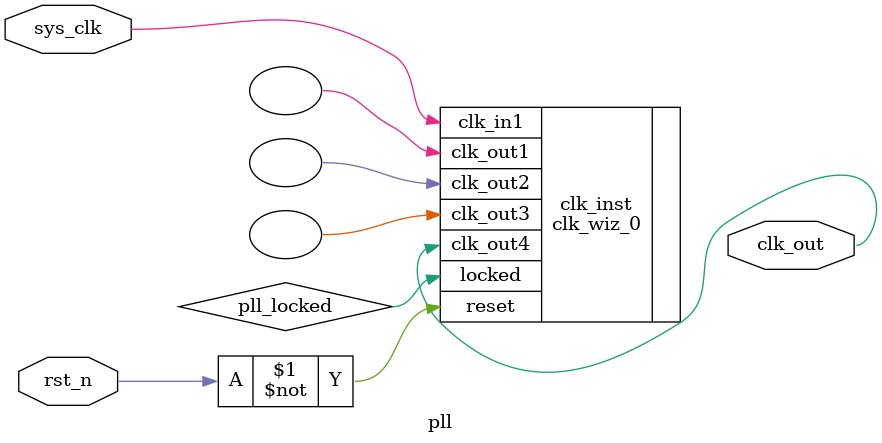
<source format=v>
`timescale 1ns / 1ps


module pll(
    input sys_clk,   //50MHz
    input rst_n,
    output clk_out
    );
    
    wire pll_locked;
    
    
    clk_wiz_0 clk_inst
       (
        // Clock out ports
        .clk_out1(),     // output 200
        .clk_out2(),     // output 100
        .clk_out3(),     // output 50
        .clk_out4(clk_out),     // output 25
        // Status and control signals
        .reset(~rst_n), // input reset
        .locked(pll_locked),       // output locked
       // Clock in ports
        .clk_in1(sys_clk));      // input clk_in1
    
endmodule

</source>
